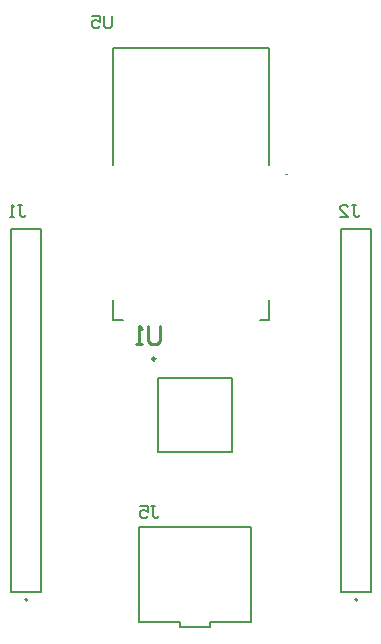
<source format=gbo>
G04*
G04 #@! TF.GenerationSoftware,Altium Limited,Altium Designer,25.8.1 (18)*
G04*
G04 Layer_Color=32896*
%FSLAX25Y25*%
%MOIN*%
G70*
G04*
G04 #@! TF.SameCoordinates,D775D7AA-2E8E-4D3B-9509-54632A005B4D*
G04*
G04*
G04 #@! TF.FilePolarity,Positive*
G04*
G01*
G75*
%ADD10C,0.00787*%
%ADD11C,0.00394*%
%ADD12C,0.00984*%
%ADD14C,0.00602*%
%ADD60C,0.01000*%
D10*
X135689Y74394D02*
G03*
X135689Y74394I-394J0D01*
G01*
X245689D02*
G03*
X245689Y74394I-394J0D01*
G01*
X179154Y123622D02*
Y148425D01*
Y123622D02*
X203957D01*
Y148425D01*
X179154D02*
X203957D01*
X216299Y219252D02*
Y258228D01*
X164331D02*
X216299D01*
X164331Y219252D02*
Y258228D01*
Y167677D02*
Y174370D01*
Y167677D02*
X167480D01*
X216299D02*
Y174370D01*
X213150Y167677D02*
X216299D01*
X130295Y76953D02*
X140295D01*
X132795Y197957D02*
X137795D01*
X140295Y76953D02*
Y197898D01*
X130295Y76953D02*
Y197898D01*
Y197957D02*
X132795D01*
X137795D02*
X140295D01*
X240295Y76953D02*
X250295D01*
X242795Y197957D02*
X247795D01*
X250295Y76953D02*
Y197898D01*
X240295Y76953D02*
Y197898D01*
Y197957D02*
X242795D01*
X247795D02*
X250295D01*
X196476Y67079D02*
X210256D01*
X196476Y65110D02*
Y67079D01*
X186634Y65110D02*
X196476D01*
X186634D02*
Y67079D01*
X172854D02*
X186634D01*
X172854D02*
Y98575D01*
X210256D01*
Y67079D02*
Y98575D01*
D11*
X222205Y216102D02*
G03*
X221811Y216102I-197J0D01*
G01*
D02*
G03*
X222205Y216102I197J0D01*
G01*
D12*
X178268Y154626D02*
G03*
X178268Y154626I-492J0D01*
G01*
D14*
X163715Y268888D02*
Y265609D01*
X163059Y264953D01*
X161747D01*
X161091Y265609D01*
Y268888D01*
X157155D02*
X159779D01*
Y266921D01*
X158467Y267577D01*
X157811D01*
X157155Y266921D01*
Y265609D01*
X157811Y264953D01*
X159123D01*
X159779Y265609D01*
X132457Y205836D02*
X133768D01*
X133113D01*
Y202556D01*
X133768Y201900D01*
X134424D01*
X135080Y202556D01*
X131145Y201900D02*
X129833D01*
X130489D01*
Y205836D01*
X131145Y205180D01*
X243757Y205836D02*
X245068D01*
X244412D01*
Y202556D01*
X245068Y201900D01*
X245724D01*
X246380Y202556D01*
X239821Y201900D02*
X242445D01*
X239821Y204524D01*
Y205180D01*
X240477Y205836D01*
X241789D01*
X242445Y205180D01*
X176991Y105489D02*
X178303D01*
X177647D01*
Y102209D01*
X178303Y101553D01*
X178959D01*
X179615Y102209D01*
X173055Y105489D02*
X175679D01*
Y103521D01*
X174367Y104177D01*
X173711D01*
X173055Y103521D01*
Y102209D01*
X173711Y101553D01*
X175023D01*
X175679Y102209D01*
D60*
X179873Y165698D02*
Y160700D01*
X178873Y159700D01*
X176873D01*
X175874Y160700D01*
Y165698D01*
X173874Y159700D02*
X171875D01*
X172875D01*
Y165698D01*
X173874Y164698D01*
M02*

</source>
